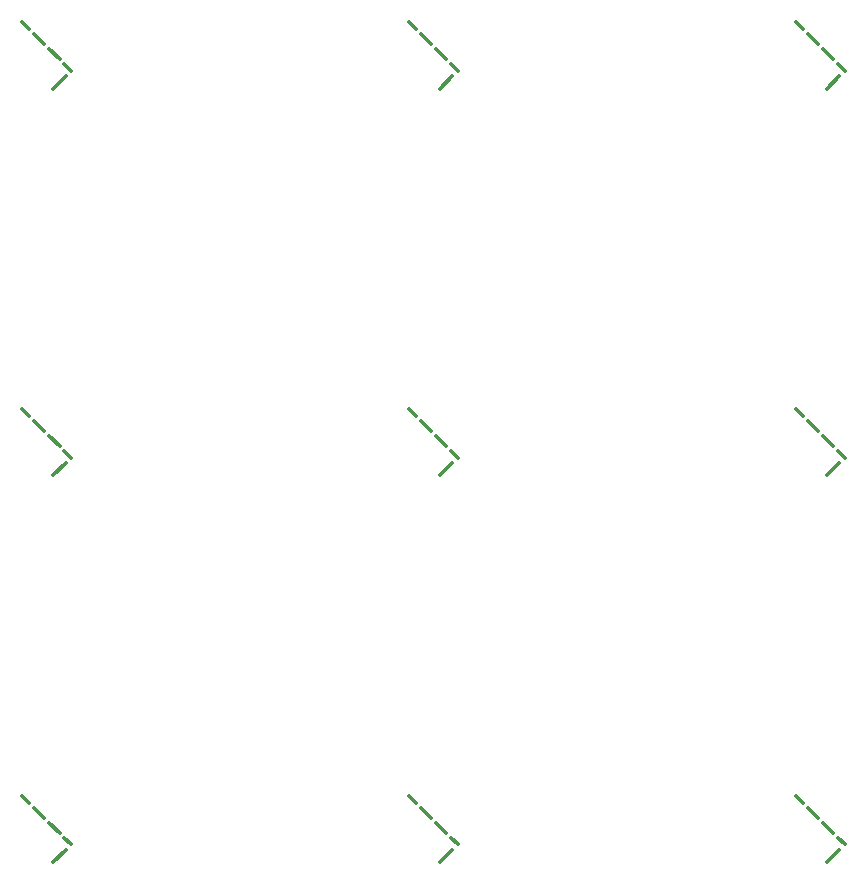
<source format=gbr>
%TF.GenerationSoftware,KiCad,Pcbnew,9.0.0-rc2-3baa6cd791~182~ubuntu24.04.1*%
%TF.CreationDate,2025-01-30T23:50:26-05:00*%
%TF.ProjectId,PCA20073_nRF54L15_Tiny_Board,50434132-3030-4373-935f-6e524635344c,rev?*%
%TF.SameCoordinates,Original*%
%TF.FileFunction,Other,User*%
%FSLAX46Y46*%
G04 Gerber Fmt 4.6, Leading zero omitted, Abs format (unit mm)*
G04 Created by KiCad (PCBNEW 9.0.0-rc2-3baa6cd791~182~ubuntu24.04.1) date 2025-01-30 23:50:26*
%MOMM*%
%LPD*%
G01*
G04 APERTURE LIST*
%ADD10C,0.300000*%
G04 APERTURE END LIST*
D10*
X187103582Y-50069237D02*
X187945039Y-50910694D01*
X124158763Y-85356487D02*
X124724449Y-85922172D01*
X186113632Y-49065145D02*
X186707602Y-49659115D01*
X156907500Y-52607750D02*
X157473186Y-53173435D01*
X186113632Y-81813882D02*
X186707602Y-82407852D01*
X153364895Y-81813882D02*
X153958865Y-82407852D01*
X187103582Y-82817974D02*
X187945039Y-83659431D01*
X156907500Y-118105224D02*
X157473186Y-118670909D01*
X154354845Y-82817974D02*
X155196302Y-83659431D01*
X157027708Y-86367650D02*
X155974119Y-87421239D01*
X153364895Y-114562619D02*
X153958865Y-115156589D01*
X124158763Y-118105224D02*
X124724449Y-118670909D01*
X189776445Y-119116387D02*
X188722856Y-120169976D01*
X157027708Y-119116387D02*
X155974119Y-120169976D01*
X124158763Y-52607750D02*
X124724449Y-53173435D01*
X124278971Y-86367650D02*
X123225382Y-87421239D01*
X121606108Y-82817974D02*
X122447565Y-83659431D01*
X189776445Y-86367650D02*
X188722856Y-87421239D01*
X120616158Y-49065145D02*
X121210128Y-49659115D01*
X156907500Y-85356487D02*
X157473186Y-85922172D01*
X155634708Y-84083695D02*
X156504449Y-84953436D01*
X189776445Y-53618913D02*
X188722856Y-54672502D01*
X153364895Y-49065145D02*
X153958865Y-49659115D01*
X124278971Y-53618913D02*
X123225382Y-54672502D01*
X186113632Y-114562619D02*
X186707602Y-115156589D01*
X189656237Y-118105224D02*
X190221923Y-118670909D01*
X154354845Y-115566711D02*
X155196302Y-116408168D01*
X155634708Y-51334958D02*
X156504449Y-52204699D01*
X121606108Y-50069237D02*
X122447565Y-50910694D01*
X189656237Y-85356487D02*
X190221923Y-85922172D01*
X121606108Y-115566711D02*
X122447565Y-116408168D01*
X188383445Y-51334958D02*
X189253186Y-52204699D01*
X124278971Y-119116387D02*
X123225382Y-120169976D01*
X188383445Y-116832432D02*
X189253186Y-117702173D01*
X187103582Y-115566711D02*
X187945039Y-116408168D01*
X157027708Y-53618913D02*
X155974119Y-54672502D01*
X189656237Y-52607750D02*
X190221923Y-53173435D01*
X122885971Y-84083695D02*
X123755712Y-84953436D01*
X154354845Y-50069237D02*
X155196302Y-50910694D01*
X188383445Y-84083695D02*
X189253186Y-84953436D01*
X122885971Y-51334958D02*
X123755712Y-52204699D01*
X120616158Y-114562619D02*
X121210128Y-115156589D01*
X155634708Y-116832432D02*
X156504449Y-117702173D01*
X120616158Y-81813882D02*
X121210128Y-82407852D01*
X122885971Y-116832432D02*
X123755712Y-117702173D01*
M02*

</source>
